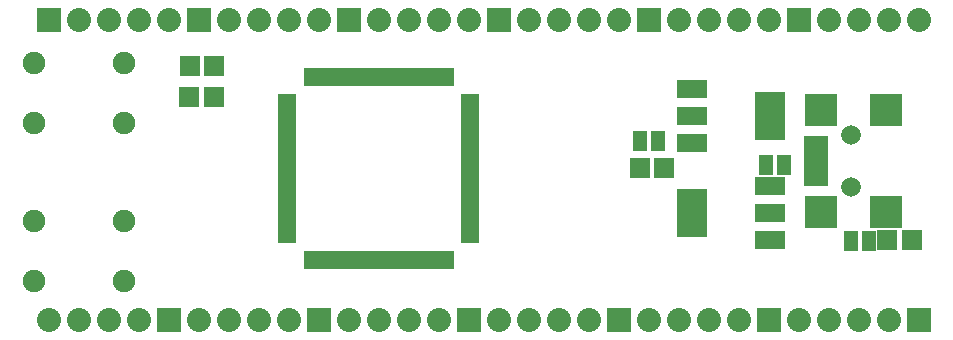
<source format=gts>
G04 (created by PCBNEW-RS274X (2012-01-19 BZR 3256)-stable) date Mon 24 Sep 2012 12:54:10 AM COT*
G01*
G70*
G90*
%MOIN*%
G04 Gerber Fmt 3.4, Leading zero omitted, Abs format*
%FSLAX34Y34*%
G04 APERTURE LIST*
%ADD10C,0.006000*%
%ADD11R,0.030000X0.060000*%
%ADD12R,0.060000X0.030000*%
%ADD13R,0.045000X0.065000*%
%ADD14R,0.080000X0.080000*%
%ADD15C,0.080000*%
%ADD16R,0.067200X0.067200*%
%ADD17C,0.065400*%
%ADD18R,0.083000X0.041700*%
%ADD19R,0.110600X0.106600*%
%ADD20C,0.075000*%
%ADD21R,0.100000X0.164000*%
%ADD22R,0.100000X0.060000*%
G04 APERTURE END LIST*
G54D10*
G54D11*
X48640Y-23450D03*
X53360Y-23450D03*
X53160Y-23450D03*
X52970Y-23450D03*
X52770Y-23450D03*
X52570Y-23450D03*
X52380Y-23450D03*
X52180Y-23450D03*
X51980Y-23450D03*
X51790Y-23450D03*
X51590Y-23450D03*
X51390Y-23450D03*
X51190Y-23450D03*
X51000Y-23450D03*
X50800Y-23450D03*
X50600Y-23450D03*
X50410Y-23450D03*
X50210Y-23450D03*
X50010Y-23450D03*
X49820Y-23450D03*
X49620Y-23450D03*
X49420Y-23450D03*
X49230Y-23450D03*
X49030Y-23450D03*
X48830Y-23450D03*
G54D12*
X54050Y-24140D03*
X54050Y-28860D03*
X54050Y-28660D03*
X54050Y-28470D03*
X54050Y-28270D03*
X54050Y-28070D03*
X54050Y-27880D03*
X54050Y-27680D03*
X54050Y-27480D03*
X54050Y-27290D03*
X54050Y-27090D03*
X54050Y-26890D03*
X54050Y-26690D03*
X54050Y-26500D03*
X54050Y-26300D03*
X54050Y-26100D03*
X54050Y-25910D03*
X54050Y-25710D03*
X54050Y-25510D03*
X54050Y-25320D03*
X54050Y-25120D03*
X54050Y-24920D03*
X54050Y-24730D03*
X54050Y-24530D03*
X54050Y-24330D03*
X47950Y-24140D03*
X47950Y-24340D03*
X47950Y-24530D03*
X47950Y-24730D03*
X47950Y-24930D03*
X47950Y-25120D03*
X47950Y-25320D03*
X47950Y-25520D03*
X47950Y-25710D03*
X47950Y-25910D03*
X47950Y-26110D03*
X47950Y-26310D03*
X47950Y-26500D03*
X47950Y-26700D03*
X47950Y-26900D03*
X47950Y-27090D03*
X47950Y-27290D03*
X47950Y-27490D03*
X47950Y-27680D03*
X47950Y-27880D03*
X47950Y-28080D03*
X47950Y-28270D03*
X47950Y-28470D03*
X47950Y-28670D03*
X47950Y-28860D03*
G54D11*
X48640Y-29550D03*
X48840Y-29550D03*
X49030Y-29550D03*
X49230Y-29550D03*
X49430Y-29550D03*
X49620Y-29550D03*
X49820Y-29550D03*
X50020Y-29550D03*
X50210Y-29550D03*
X50410Y-29550D03*
X50610Y-29550D03*
X50810Y-29550D03*
X51000Y-29550D03*
X51200Y-29550D03*
X51400Y-29550D03*
X51590Y-29550D03*
X51790Y-29550D03*
X51990Y-29550D03*
X52180Y-29550D03*
X52380Y-29550D03*
X52580Y-29550D03*
X52770Y-29550D03*
X52970Y-29550D03*
X53170Y-29550D03*
X53360Y-29550D03*
G54D13*
X60300Y-25600D03*
X59700Y-25600D03*
X67325Y-28925D03*
X66725Y-28925D03*
G54D14*
X64000Y-31550D03*
G54D15*
X63000Y-31550D03*
X62000Y-31550D03*
X61000Y-31550D03*
X60000Y-31550D03*
G54D14*
X59000Y-31550D03*
G54D15*
X58000Y-31550D03*
X57000Y-31550D03*
X56000Y-31550D03*
X55000Y-31550D03*
G54D14*
X54000Y-31550D03*
G54D15*
X53000Y-31550D03*
X52000Y-31550D03*
X51000Y-31550D03*
X50000Y-31550D03*
G54D14*
X49000Y-31550D03*
G54D15*
X48000Y-31550D03*
X47000Y-31550D03*
X46000Y-31550D03*
X45000Y-31550D03*
G54D14*
X44000Y-31550D03*
G54D15*
X43000Y-31550D03*
X42000Y-31550D03*
X41000Y-31550D03*
X40000Y-31550D03*
G54D14*
X40000Y-21550D03*
G54D15*
X41000Y-21550D03*
X42000Y-21550D03*
X43000Y-21550D03*
X44000Y-21550D03*
G54D14*
X45000Y-21550D03*
G54D15*
X46000Y-21550D03*
X47000Y-21550D03*
X48000Y-21550D03*
X49000Y-21550D03*
G54D14*
X50000Y-21550D03*
G54D15*
X51000Y-21550D03*
X52000Y-21550D03*
X53000Y-21550D03*
X54000Y-21550D03*
G54D14*
X55000Y-21550D03*
G54D15*
X56000Y-21550D03*
X57000Y-21550D03*
X58000Y-21550D03*
X59000Y-21550D03*
G54D14*
X60000Y-21550D03*
G54D15*
X61000Y-21550D03*
X62000Y-21550D03*
X63000Y-21550D03*
X64000Y-21550D03*
G54D14*
X65000Y-21550D03*
G54D15*
X66000Y-21550D03*
X67000Y-21550D03*
X68000Y-21550D03*
X69000Y-21550D03*
G54D14*
X69000Y-31550D03*
G54D15*
X68000Y-31550D03*
X67000Y-31550D03*
X66000Y-31550D03*
X65000Y-31550D03*
G54D16*
X68763Y-28900D03*
X67937Y-28900D03*
G54D17*
X66744Y-25384D03*
X66744Y-27116D03*
G54D18*
X65582Y-26250D03*
X65582Y-25935D03*
X65582Y-25618D03*
X65582Y-26565D03*
X65584Y-26880D03*
G54D19*
X65720Y-24558D03*
X65720Y-27942D03*
X67885Y-27942D03*
X67885Y-24558D03*
G54D20*
X42500Y-28250D03*
X42500Y-30250D03*
X39500Y-28250D03*
X39500Y-30250D03*
X42500Y-23000D03*
X42500Y-25000D03*
X39500Y-23000D03*
X39500Y-25000D03*
G54D21*
X64050Y-24750D03*
G54D22*
X61450Y-24750D03*
X61450Y-25650D03*
X61450Y-23850D03*
G54D21*
X61450Y-28000D03*
G54D22*
X64050Y-28000D03*
X64050Y-27100D03*
X64050Y-28900D03*
G54D16*
X45513Y-23100D03*
X44687Y-23100D03*
X45488Y-24125D03*
X44662Y-24125D03*
X59687Y-26500D03*
X60513Y-26500D03*
G54D13*
X64500Y-26400D03*
X63900Y-26400D03*
M02*

</source>
